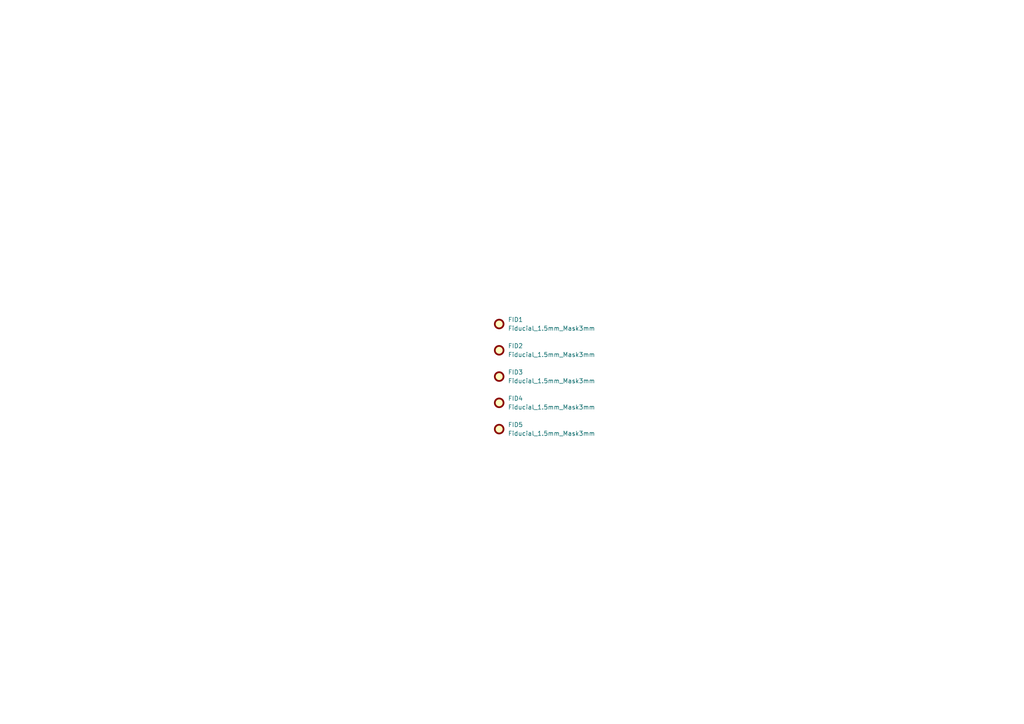
<source format=kicad_sch>
(kicad_sch (version 20230121) (generator eeschema)
  (paper "A4")
  (title_block (title "RadioSens v1"))
  (lib_symbols
    (symbol "Mechanical:Fiducial"
      (property "Reference" "FID" (at 0 5.08 0))
      (property "Value" "Fiducial" (at 0 3.175 0))
      (symbol "Fiducial_0_1"
        (circle (center 0 0) (radius 1.27) (stroke (width 0.508)) (fill (type background)))
      )
    )
  )
  (symbol (lib_id "Mechanical:Fiducial") (at 144.78 101.6 0) (unit 1)
    (property "Reference" "FID2" (at 147.32 100.33 0) (effects (justify left)))
    (property "Value" "Fiducial_1.5mm_Mask3mm" (at 147.32 102.87 0) (effects (justify left)))
    (property "Footprint" "Fiducial:Fiducial_1.5mm_Mask3mm" (effects hide))
  )
  (symbol (lib_id "Mechanical:Fiducial") (at 144.78 109.22 0) (unit 1)
    (property "Reference" "FID3" (at 147.32 107.95 0) (effects (justify left)))
    (property "Value" "Fiducial_1.5mm_Mask3mm" (at 147.32 110.49 0) (effects (justify left)))
    (property "Footprint" "Fiducial:Fiducial_1.5mm_Mask3mm" (effects hide))
  )
  (symbol (lib_id "Mechanical:Fiducial") (at 144.78 116.84 0) (unit 1)
    (property "Reference" "FID4" (at 147.32 115.57 0) (effects (justify left)))
    (property "Value" "Fiducial_1.5mm_Mask3mm" (at 147.32 118.11 0) (effects (justify left)))
    (property "Footprint" "Fiducial:Fiducial_1.5mm_Mask3mm" (effects hide))
  )
  (symbol (lib_id "Mechanical:Fiducial") (at 144.78 93.98 0) (unit 1)
    (property "Reference" "FID1" (at 147.32 92.71 0) (effects (justify left)))
    (property "Value" "Fiducial_1.5mm_Mask3mm" (at 147.32 95.25 0) (effects (justify left)))
    (property "Footprint" "Fiducial:Fiducial_1.5mm_Mask3mm" (effects hide))
  )
  (symbol (lib_id "Mechanical:Fiducial") (at 144.78 124.46 0) (unit 1)
    (property "Reference" "FID5" (at 147.32 123.19 0) (effects (justify left)))
    (property "Value" "Fiducial_1.5mm_Mask3mm" (at 147.32 125.73 0) (effects (justify left)))
    (property "Footprint" "Fiducial:Fiducial_1.5mm_Mask3mm" (effects hide))
  )
)
</source>
